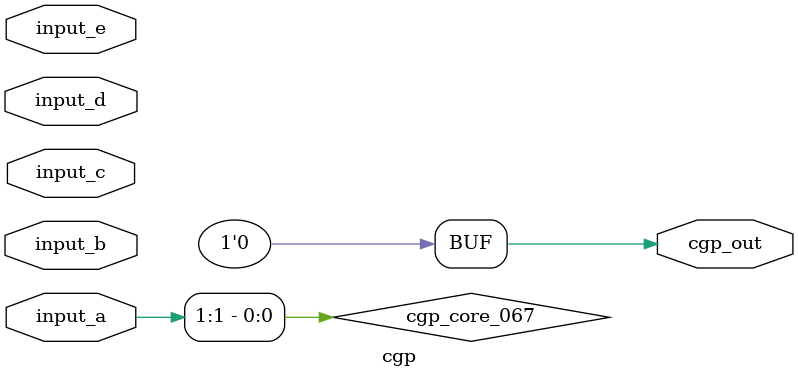
<source format=v>
module cgp(input [2:0] input_a, input [2:0] input_b, input [2:0] input_c, input [2:0] input_d, input [2:0] input_e, output [0:0] cgp_out);
  wire cgp_core_017;
  wire cgp_core_019;
  wire cgp_core_020;
  wire cgp_core_021;
  wire cgp_core_022;
  wire cgp_core_023;
  wire cgp_core_024;
  wire cgp_core_025;
  wire cgp_core_027;
  wire cgp_core_028;
  wire cgp_core_029;
  wire cgp_core_031;
  wire cgp_core_033;
  wire cgp_core_036;
  wire cgp_core_037;
  wire cgp_core_038;
  wire cgp_core_040;
  wire cgp_core_043;
  wire cgp_core_044;
  wire cgp_core_045;
  wire cgp_core_048;
  wire cgp_core_049;
  wire cgp_core_050;
  wire cgp_core_053;
  wire cgp_core_054;
  wire cgp_core_055;
  wire cgp_core_056;
  wire cgp_core_057;
  wire cgp_core_058;
  wire cgp_core_059;
  wire cgp_core_060;
  wire cgp_core_061;
  wire cgp_core_062;
  wire cgp_core_063;
  wire cgp_core_065;
  wire cgp_core_067;
  wire cgp_core_069;
  wire cgp_core_070;
  wire cgp_core_071;
  wire cgp_core_074;
  wire cgp_core_076;
  wire cgp_core_077_not;
  wire cgp_core_079;

  assign cgp_core_017 = input_a[0] ^ input_b[1];
  assign cgp_core_019 = input_e[2] ^ input_c[2];
  assign cgp_core_020 = ~(input_a[1] & input_b[1]);
  assign cgp_core_021 = ~(cgp_core_019 & input_d[1]);
  assign cgp_core_022 = ~(cgp_core_019 & input_d[1]);
  assign cgp_core_023 = cgp_core_020 & cgp_core_022;
  assign cgp_core_024 = input_e[2] & input_b[1];
  assign cgp_core_025 = ~(input_a[2] ^ input_a[0]);
  assign cgp_core_027 = input_b[1] & input_a[0];
  assign cgp_core_028 = cgp_core_025 & input_e[0];
  assign cgp_core_029 = ~(input_b[1] | input_e[0]);
  assign cgp_core_031 = input_d[1] ^ input_a[2];
  assign cgp_core_033 = input_a[2] ^ input_a[1];
  assign cgp_core_036 = input_d[1] ^ input_e[2];
  assign cgp_core_037 = input_d[2] & input_d[1];
  assign cgp_core_038 = cgp_core_036 ^ input_d[0];
  assign cgp_core_040 = cgp_core_037 & input_c[2];
  assign cgp_core_043 = ~(input_c[1] & input_b[2]);
  assign cgp_core_044 = ~input_c[1];
  assign cgp_core_045 = ~input_a[1];
  assign cgp_core_048 = input_c[2] & input_c[0];
  assign cgp_core_049 = ~input_c[2];
  assign cgp_core_050 = ~(cgp_core_048 & input_e[0]);
  assign cgp_core_053 = ~(input_e[2] ^ input_a[1]);
  assign cgp_core_054 = cgp_core_040 & input_b[1];
  assign cgp_core_055 = ~(input_c[0] & cgp_core_054);
  assign cgp_core_056 = input_e[0] ^ input_a[0];
  assign cgp_core_057 = ~input_a[1];
  assign cgp_core_058 = ~input_a[0];
  assign cgp_core_059 = input_a[0] ^ cgp_core_056;
  assign cgp_core_060 = ~input_a[2];
  assign cgp_core_061 = ~(input_b[1] ^ input_a[1]);
  assign cgp_core_062 = ~(input_a[1] ^ input_a[1]);
  assign cgp_core_063 = input_a[2] & input_c[0];
  assign cgp_core_065 = input_a[1] & input_c[1];
  assign cgp_core_067 = ~(cgp_core_045 & cgp_core_045);
  assign cgp_core_069 = input_d[1] & input_e[2];
  assign cgp_core_070 = ~(input_d[0] | input_d[2]);
  assign cgp_core_071 = ~(input_e[0] | input_a[2]);
  assign cgp_core_074 = ~input_a[0];
  assign cgp_core_076 = input_b[2] & input_c[2];
  assign cgp_core_077_not = ~input_e[2];
  assign cgp_core_079 = input_c[0] | input_d[0];

  assign cgp_out[0] = 1'b0;
endmodule
</source>
